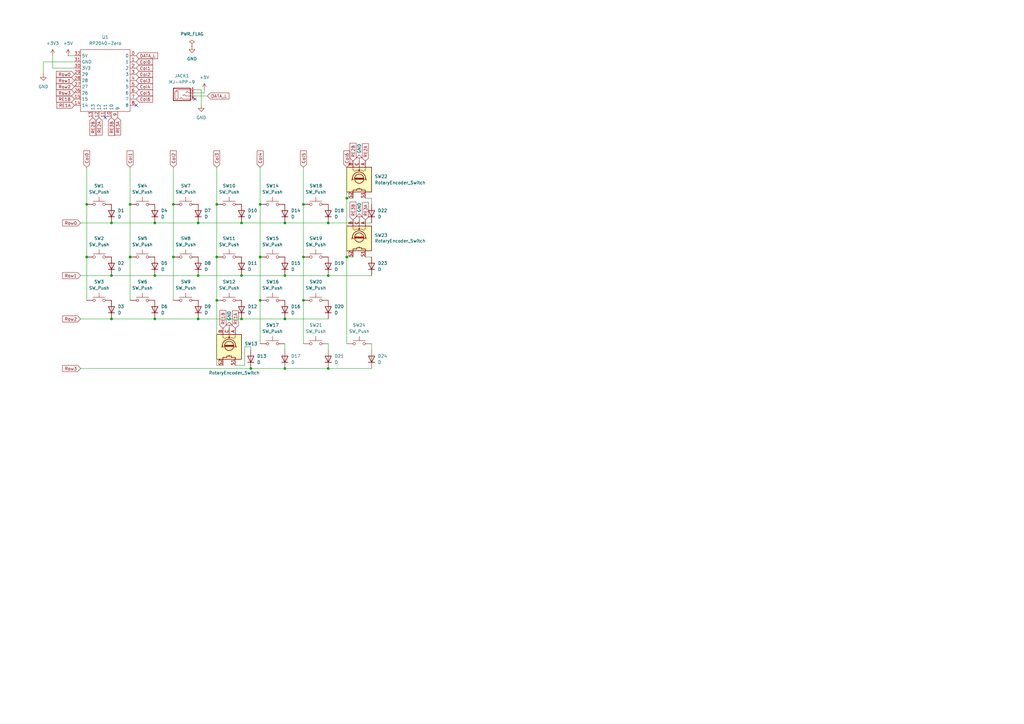
<source format=kicad_sch>
(kicad_sch (version 20231120) (generator "eeschema") (generator_version "8.0")
  (paper "A3")
  (lib_symbols
    (symbol "Device:D" (pin_numbers hide) (pin_names (offset 1.016) hide)
      (property "Reference" "D" (at 0 2.54 0))
      (property "Value" "D" (at 0 -2.54 0))
      (symbol "D_0_1"
        (polyline (pts (xy -1.27 1.27) (xy -1.27 -1.27)) (stroke (width 0.254)))
        (polyline (pts (xy 1.27 0) (xy -1.27 0)))
        (polyline (pts (xy 1.27 1.27) (xy 1.27 -1.27) (xy -1.27 0) (xy 1.27 1.27)) (stroke (width 0.254)))
      )
      (symbol "D_1_1"
        (pin passive line (at -3.81 0 0) (length 2.54) (name "K") (number "1"))
        (pin passive line (at 3.81 0 180) (length 2.54) (name "A") (number "2"))
      )
    )
    (symbol "Device:RotaryEncoder_Switch" (pin_names (offset 0.254) hide)
      (property "Reference" "SW" (at 0 6.604 0))
      (property "Value" "RotaryEncoder_Switch" (at 0 -6.604 0))
      (symbol "RotaryEncoder_Switch_0_1"
        (rectangle (start -5.08 5.08) (end 5.08 -5.08) (stroke (width 0.254)) (fill (type background)))
        (circle (center -3.81 0) (radius 0.254) (fill (type outline)))
        (circle (center -0.381 0) (radius 1.905) (stroke (width 0.254)))
        (arc (start -0.381 2.667) (mid -3.0988 -0.0635) (end -0.381 -2.794) (stroke (width 0.254)))
        (polyline (pts (xy -0.635 -1.778) (xy -0.635 1.778)) (stroke (width 0.254)))
        (polyline (pts (xy -0.381 -1.778) (xy -0.381 1.778)) (stroke (width 0.254)))
        (polyline (pts (xy -0.127 1.778) (xy -0.127 -1.778)) (stroke (width 0.254)))
        (polyline (pts (xy 3.81 0) (xy 3.429 0)) (stroke (width 0.254)))
        (polyline (pts (xy 3.81 1.016) (xy 3.81 -1.016)) (stroke (width 0.254)))
        (polyline (pts (xy -5.08 -2.54) (xy -3.81 -2.54) (xy -3.81 -2.032)))
        (polyline (pts (xy -5.08 2.54) (xy -3.81 2.54) (xy -3.81 2.032)))
        (polyline (pts (xy 0.254 -3.048) (xy -0.508 -2.794) (xy 0.127 -2.413)) (stroke (width 0.254)))
        (polyline (pts (xy 0.254 2.921) (xy -0.508 2.667) (xy 0.127 2.286)) (stroke (width 0.254)))
        (polyline (pts (xy 5.08 -2.54) (xy 4.318 -2.54) (xy 4.318 -1.016)) (stroke (width 0.254)))
        (polyline (pts (xy 5.08 2.54) (xy 4.318 2.54) (xy 4.318 1.016)) (stroke (width 0.254)))
        (polyline (pts (xy -5.08 0) (xy -3.81 0) (xy -3.81 -1.016) (xy -3.302 -2.032)))
        (polyline (pts (xy -4.318 0) (xy -3.81 0) (xy -3.81 1.016) (xy -3.302 2.032)))
        (circle (center 4.318 -1.016) (radius 0.127) (stroke (width 0.254)))
        (circle (center 4.318 1.016) (radius 0.127) (stroke (width 0.254)))
      )
      (symbol "RotaryEncoder_Switch_1_1"
        (pin passive line (at -7.62 2.54 0) (length 2.54) (name "A") (number "A"))
        (pin passive line (at -7.62 -2.54 0) (length 2.54) (name "B") (number "B"))
        (pin passive line (at -7.62 0 0) (length 2.54) (name "C") (number "C"))
        (pin passive line (at 7.62 2.54 180) (length 2.54) (name "S1") (number "S1"))
        (pin passive line (at 7.62 -2.54 180) (length 2.54) (name "S2") (number "S2"))
      )
    )
    (symbol "Switch:SW_Push" (pin_numbers hide) (pin_names (offset 1.016) hide)
      (property "Reference" "SW" (at 1.27 2.54 0))
      (property "Value" "SW_Push" (at 0 -1.524 0))
      (symbol "SW_Push_0_1"
        (circle (center -2.032 0) (radius 0.508))
        (polyline (pts (xy 0 1.27) (xy 0 3.048)))
        (polyline (pts (xy 2.54 1.27) (xy -2.54 1.27)))
        (circle (center 2.032 0) (radius 0.508))
        (pin passive line (at -5.08 0 0) (length 2.54) (name "1") (number "1"))
        (pin passive line (at 5.08 0 180) (length 2.54) (name "2") (number "2"))
      )
    )
    (symbol "isw-mcu:RP2040-Zero"
      (property "Reference" "U" (at 0 17.78 0))
      (property "Value" "RP2040-Zero" (at 0 15.24 0))
      (symbol "RP2040-Zero_0_1"
        (rectangle (start -10.16 12.7) (end 10.16 -12.7))
      )
      (symbol "RP2040-Zero_1_1"
        (pin tri_state line (at 12.7 10.16 180) (length 2.54) (name "0") (number "0"))
        (pin bidirectional line (at 12.7 7.62 180) (length 2.54) (name "1") (number "1"))
        (pin bidirectional line (at 2.54 -15.24 90) (length 2.54) (name "10") (number "10"))
        (pin bidirectional line (at 0 -15.24 90) (length 2.54) (name "11") (number "11"))
        (pin bidirectional line (at -2.54 -15.24 90) (length 2.54) (name "12") (number "12"))
        (pin bidirectional line (at -5.08 -15.24 90) (length 2.54) (name "13") (number "13"))
        (pin bidirectional line (at -12.7 -10.16 0) (length 2.54) (name "14") (number "14"))
        (pin bidirectional line (at -12.7 -7.62 0) (length 2.54) (name "15") (number "15"))
        (pin bidirectional line (at 12.7 5.08 180) (length 2.54) (name "2") (number "2"))
        (pin bidirectional line (at -12.7 -5.08 0) (length 2.54) (name "26") (number "26"))
        (pin bidirectional line (at -12.7 -2.54 0) (length 2.54) (name "27") (number "27"))
        (pin bidirectional line (at -12.7 0 0) (length 2.54) (name "28") (number "28"))
        (pin bidirectional line (at -12.7 2.54 0) (length 2.54) (name "29") (number "29"))
        (pin bidirectional line (at 12.7 2.54 180) (length 2.54) (name "3") (number "3"))
        (pin power_out line (at -12.7 5.08 0) (length 2.54) (name "3V3") (number "30"))
        (pin power_in line (at -12.7 7.62 0) (length 2.54) (name "GND") (number "31"))
        (pin power_out line (at -12.7 10.16 0) (length 2.54) (name "5V") (number "32"))
        (pin bidirectional line (at 12.7 0 180) (length 2.54) (name "4") (number "4"))
        (pin bidirectional line (at 12.7 -2.54 180) (length 2.54) (name "5") (number "5"))
        (pin bidirectional line (at 12.7 -5.08 180) (length 2.54) (name "6") (number "6"))
        (pin bidirectional line (at 12.7 -7.62 180) (length 2.54) (name "7") (number "7"))
        (pin bidirectional line (at 12.7 -10.16 180) (length 2.54) (name "8") (number "8"))
        (pin bidirectional line (at 5.08 -15.24 90) (length 2.54) (name "9") (number "9"))
      )
    )
    (symbol "kbd:MJ-4PP-9" (pin_names (offset 1.016))
      (property "Reference" "J" (at 0 3.81 0))
      (property "Value" "MJ-4PP-9" (at 0 -3.81 0))
      (symbol "MJ-4PP-9_0_1"
        (rectangle (start -1.905 -1.905) (end -3.175 1.27))
        (polyline (pts (xy -2.54 1.27) (xy -2.54 1.905) (xy 3.175 1.905)))
        (polyline (pts (xy -1.27 -1.905) (xy -0.635 -1.27) (xy 0 -1.905) (xy 3.175 -1.905)))
        (polyline (pts (xy 0 -0.635) (xy 0.635 0) (xy 1.27 -0.635) (xy 3.175 -0.635)))
        (polyline (pts (xy 1.27 0.635) (xy 1.905 1.27) (xy 2.54 0.635) (xy 3.175 0.635)))
        (rectangle (start 3.175 2.54) (end -3.81 -2.54) (stroke (width 0.3048)))
      )
      (symbol "MJ-4PP-9_1_1"
        (pin input line (at 5.08 1.905 180) (length 2.0066) (name "~") (number "A"))
        (pin input line (at 5.08 -1.905 180) (length 2.0066) (name "~") (number "B"))
        (pin input line (at 5.08 -0.635 180) (length 2.0066) (name "~") (number "C"))
        (pin input line (at 5.08 0.635 180) (length 2.0066) (name "~") (number "D"))
      )
    )
    (symbol "power:+3V3" (power) (pin_numbers hide) (pin_names (offset 0) hide)
      (property "Value" "+3V3" (at 0 3.556 0))
      (symbol "+3V3_0_1"
        (polyline (pts (xy -0.762 1.27) (xy 0 2.54)))
        (polyline (pts (xy 0 0) (xy 0 2.54)))
        (polyline (pts (xy 0 2.54) (xy 0.762 1.27)))
      )
      (symbol "+3V3_1_1"
        (pin power_in line (at 0 0 90) (length 0) (name "~") (number "1"))
      )
    )
    (symbol "power:+5V" (power) (pin_numbers hide) (pin_names (offset 0) hide)
      (property "Value" "+5V" (at 0 3.556 0))
      (symbol "+5V_0_1"
        (polyline (pts (xy -0.762 1.27) (xy 0 2.54)))
        (polyline (pts (xy 0 0) (xy 0 2.54)))
        (polyline (pts (xy 0 2.54) (xy 0.762 1.27)))
      )
      (symbol "+5V_1_1"
        (pin power_in line (at 0 0 90) (length 0) (name "~") (number "1"))
      )
    )
    (symbol "power:GND" (power) (pin_numbers hide) (pin_names (offset 0) hide)
      (property "Value" "GND" (at 0 -3.81 0))
      (symbol "GND_0_1"
        (polyline (pts (xy 0 0) (xy 0 -1.27) (xy 1.27 -1.27) (xy 0 -2.54) (xy -1.27 -1.27) (xy 0 -1.27)))
      )
      (symbol "GND_1_1"
        (pin power_in line (at 0 0 270) (length 0) (name "~") (number "1"))
      )
    )
    (symbol "power:PWR_FLAG" (power) (pin_numbers hide) (pin_names (offset 0) hide)
      (property "Value" "PWR_FLAG" (at 0 3.81 0))
      (symbol "PWR_FLAG_0_0"
        (pin power_out line (at 0 0 90) (length 0) (name "~") (number "1"))
      )
      (symbol "PWR_FLAG_0_1"
        (polyline (pts (xy 0 0) (xy 0 1.27) (xy -1.016 1.905) (xy 0 2.54) (xy 1.016 1.905) (xy 0 1.27)))
      )
    )
  )
  (junction (at 116.84 113.03))
  (junction (at 63.5 113.03))
  (junction (at 99.06 91.44))
  (junction (at 124.46 123.19))
  (junction (at 88.9 83.82))
  (junction (at 124.46 83.82))
  (junction (at 35.56 83.82))
  (junction (at 102.87 151.13))
  (junction (at 106.68 83.82))
  (junction (at 53.34 105.41))
  (junction (at 116.84 91.44))
  (junction (at 99.06 130.81))
  (junction (at 71.12 105.41))
  (junction (at 116.84 151.13))
  (junction (at 116.84 130.81))
  (junction (at 63.5 91.44))
  (junction (at 45.72 113.03))
  (junction (at 53.34 83.82))
  (junction (at 71.12 83.82))
  (junction (at 142.24 105.41))
  (junction (at 63.5 130.81))
  (junction (at 124.46 105.41))
  (junction (at 45.72 91.44))
  (junction (at 88.9 123.19))
  (junction (at 134.62 113.03))
  (junction (at 81.28 130.81))
  (junction (at 106.68 123.19))
  (junction (at 106.68 105.41))
  (junction (at 88.9 105.41))
  (junction (at 81.28 91.44))
  (junction (at 81.28 113.03))
  (junction (at 35.56 105.41))
  (junction (at 134.62 151.13))
  (junction (at 142.24 81.28))
  (junction (at 134.62 91.44))
  (junction (at 99.06 113.03))
  (junction (at 45.72 130.81))
  (no_connect (at 80.01 40.64))
  (no_connect (at 55.88 43.18))
  (no_connect (at 43.18 48.26))
  (wire (pts (xy 106.68 68.58) (xy 106.68 83.82)))
  (wire (pts (xy 106.68 105.41) (xy 106.68 123.19)))
  (wire (pts (xy 96.52 149.86) (xy 100.33 149.86)))
  (wire (pts (xy 149.86 81.28) (xy 152.4 81.28)))
  (wire (pts (xy 88.9 105.41) (xy 88.9 123.19)))
  (wire (pts (xy 152.4 81.28) (xy 152.4 83.82)))
  (wire (pts (xy 83.82 38.1) (xy 80.01 38.1)))
  (wire (pts (xy 45.72 113.03) (xy 63.5 113.03)))
  (wire (pts (xy 63.5 130.81) (xy 81.28 130.81)))
  (wire (pts (xy 45.72 91.44) (xy 63.5 91.44)))
  (wire (pts (xy 106.68 83.82) (xy 106.68 105.41)))
  (wire (pts (xy 88.9 68.58) (xy 88.9 83.82)))
  (wire (pts (xy 149.86 105.41) (xy 152.4 105.41)))
  (wire (pts (xy 63.5 91.44) (xy 81.28 91.44)))
  (wire (pts (xy 142.24 81.28) (xy 142.24 105.41)))
  (wire (pts (xy 27.94 22.86) (xy 30.48 22.86)))
  (wire (pts (xy 71.12 83.82) (xy 71.12 105.41)))
  (wire (pts (xy 134.62 143.51) (xy 134.62 140.97)))
  (wire (pts (xy 35.56 68.58) (xy 35.56 83.82)))
  (wire (pts (xy 124.46 83.82) (xy 124.46 105.41)))
  (wire (pts (xy 21.59 27.94) (xy 30.48 27.94)))
  (wire (pts (xy 81.28 130.81) (xy 99.06 130.81)))
  (wire (pts (xy 106.68 123.19) (xy 106.68 140.97)))
  (wire (pts (xy 88.9 83.82) (xy 88.9 105.41)))
  (wire (pts (xy 88.9 149.86) (xy 91.44 149.86)))
  (wire (pts (xy 116.84 91.44) (xy 134.62 91.44)))
  (wire (pts (xy 124.46 123.19) (xy 124.46 140.97)))
  (wire (pts (xy 35.56 83.82) (xy 35.56 105.41)))
  (wire (pts (xy 81.28 91.44) (xy 99.06 91.44)))
  (wire (pts (xy 134.62 151.13) (xy 152.4 151.13)))
  (wire (pts (xy 152.4 143.51) (xy 152.4 140.97)))
  (wire (pts (xy 17.78 25.4) (xy 30.48 25.4)))
  (wire (pts (xy 33.02 151.13) (xy 102.87 151.13)))
  (wire (pts (xy 102.87 142.24) (xy 100.33 142.24)))
  (wire (pts (xy 134.62 91.44) (xy 152.4 91.44)))
  (wire (pts (xy 45.72 91.44) (xy 33.02 91.44)))
  (wire (pts (xy 80.01 39.37) (xy 85.09 39.37)))
  (wire (pts (xy 82.55 36.83) (xy 82.55 43.18)))
  (wire (pts (xy 116.84 151.13) (xy 134.62 151.13)))
  (wire (pts (xy 124.46 68.58) (xy 124.46 83.82)))
  (wire (pts (xy 45.72 113.03) (xy 33.02 113.03)))
  (wire (pts (xy 142.24 68.58) (xy 142.24 81.28)))
  (wire (pts (xy 17.78 30.48) (xy 17.78 25.4)))
  (wire (pts (xy 71.12 105.41) (xy 71.12 123.19)))
  (wire (pts (xy 63.5 113.03) (xy 81.28 113.03)))
  (wire (pts (xy 142.24 105.41) (xy 144.78 105.41)))
  (wire (pts (xy 102.87 151.13) (xy 116.84 151.13)))
  (wire (pts (xy 53.34 105.41) (xy 53.34 123.19)))
  (wire (pts (xy 142.24 105.41) (xy 142.24 140.97)))
  (wire (pts (xy 142.24 81.28) (xy 144.78 81.28)))
  (wire (pts (xy 53.34 83.82) (xy 53.34 105.41)))
  (wire (pts (xy 81.28 113.03) (xy 99.06 113.03)))
  (wire (pts (xy 45.72 130.81) (xy 33.02 130.81)))
  (wire (pts (xy 134.62 113.03) (xy 152.4 113.03)))
  (wire (pts (xy 45.72 130.81) (xy 63.5 130.81)))
  (wire (pts (xy 71.12 68.58) (xy 71.12 83.82)))
  (wire (pts (xy 53.34 68.58) (xy 53.34 83.82)))
  (wire (pts (xy 116.84 143.51) (xy 116.84 140.97)))
  (wire (pts (xy 100.33 142.24) (xy 100.33 149.86)))
  (wire (pts (xy 116.84 113.03) (xy 134.62 113.03)))
  (wire (pts (xy 35.56 105.41) (xy 35.56 123.19)))
  (wire (pts (xy 99.06 91.44) (xy 116.84 91.44)))
  (wire (pts (xy 116.84 130.81) (xy 134.62 130.81)))
  (wire (pts (xy 99.06 113.03) (xy 116.84 113.03)))
  (wire (pts (xy 83.82 36.83) (xy 83.82 38.1)))
  (wire (pts (xy 102.87 143.51) (xy 102.87 142.24)))
  (wire (pts (xy 88.9 123.19) (xy 88.9 149.86)))
  (wire (pts (xy 80.01 36.83) (xy 82.55 36.83)))
  (wire (pts (xy 21.59 22.86) (xy 21.59 27.94)))
  (wire (pts (xy 99.06 130.81) (xy 116.84 130.81)))
  (wire (pts (xy 124.46 105.41) (xy 124.46 123.19)))
  (global_label "Col3" (shape input) (at 88.9 68.58 90) (property "Intersheetrefs" "${INTERSHEET_REFS}" (effects (hide yes))))
  (global_label "Row1" (shape input) (at 33.02 113.03 180) (property "Intersheetrefs" "${INTERSHEET_REFS}" (effects (hide yes))))
  (global_label "Col3" (shape input) (at 55.88 33.02 0) (property "Intersheetrefs" "${INTERSHEET_REFS}" (effects (hide yes))))
  (global_label "RE2A" (shape input) (at 40.64 48.26 270) (property "Intersheetrefs" "${INTERSHEET_REFS}" (effects (hide yes))))
  (global_label "RE1A" (shape input) (at 30.48 43.18 180) (property "Intersheetrefs" "${INTERSHEET_REFS}" (effects (hide yes))))
  (global_label "Col2" (shape input) (at 71.12 68.58 90) (property "Intersheetrefs" "${INTERSHEET_REFS}" (effects (hide yes))))
  (global_label "RE1B" (shape input) (at 30.48 40.64 180) (property "Intersheetrefs" "${INTERSHEET_REFS}" (effects (hide yes))))
  (global_label "RE2A" (shape input) (at 149.86 66.04 90) (property "Intersheetrefs" "${INTERSHEET_REFS}" (effects (hide yes))))
  (global_label "Row3" (shape input) (at 30.48 38.1 180) (property "Intersheetrefs" "${INTERSHEET_REFS}" (effects (hide yes))))
  (global_label "DATA_L" (shape input) (at 55.88 22.86 0) (property "Intersheetrefs" "${INTERSHEET_REFS}" (effects (hide yes))))
  (global_label "Row2" (shape input) (at 33.02 130.81 180) (property "Intersheetrefs" "${INTERSHEET_REFS}" (effects (hide yes))))
  (global_label "RE3B" (shape input) (at 144.78 90.17 90) (property "Intersheetrefs" "${INTERSHEET_REFS}" (effects (hide yes))))
  (global_label "Col4" (shape input) (at 106.68 68.58 90) (property "Intersheetrefs" "${INTERSHEET_REFS}" (effects (hide yes))))
  (global_label "RE2B" (shape input) (at 144.78 66.04 90) (property "Intersheetrefs" "${INTERSHEET_REFS}" (effects (hide yes))))
  (global_label "Col2" (shape input) (at 55.88 30.48 0) (property "Intersheetrefs" "${INTERSHEET_REFS}" (effects (hide yes))))
  (global_label "DATA_L" (shape input) (at 85.09 39.37 0) (property "Intersheetrefs" "${INTERSHEET_REFS}" (effects (hide yes))))
  (global_label "Row2" (shape input) (at 30.48 35.56 180) (property "Intersheetrefs" "${INTERSHEET_REFS}" (effects (hide yes))))
  (global_label "Col1" (shape input) (at 53.34 68.58 90) (property "Intersheetrefs" "${INTERSHEET_REFS}" (effects (hide yes))))
  (global_label "Col0" (shape input) (at 55.88 25.4 0) (property "Intersheetrefs" "${INTERSHEET_REFS}" (effects (hide yes))))
  (global_label "Col6" (shape input) (at 55.88 40.64 0) (property "Intersheetrefs" "${INTERSHEET_REFS}" (effects (hide yes))))
  (global_label "RE3B" (shape input) (at 45.72 48.26 270) (property "Intersheetrefs" "${INTERSHEET_REFS}" (effects (hide yes))))
  (global_label "Col6" (shape input) (at 142.24 68.58 90) (property "Intersheetrefs" "${INTERSHEET_REFS}" (effects (hide yes))))
  (global_label "RE3A" (shape input) (at 149.86 90.17 90) (property "Intersheetrefs" "${INTERSHEET_REFS}" (effects (hide yes))))
  (global_label "Row3" (shape input) (at 33.02 151.13 180) (property "Intersheetrefs" "${INTERSHEET_REFS}" (effects (hide yes))))
  (global_label "Col0" (shape input) (at 35.56 68.58 90) (property "Intersheetrefs" "${INTERSHEET_REFS}" (effects (hide yes))))
  (global_label "RE2B" (shape input) (at 38.1 48.26 270) (property "Intersheetrefs" "${INTERSHEET_REFS}" (effects (hide yes))))
  (global_label "Row1" (shape input) (at 30.48 33.02 180) (property "Intersheetrefs" "${INTERSHEET_REFS}" (effects (hide yes))))
  (global_label "RE3A" (shape input) (at 48.26 48.26 270) (property "Intersheetrefs" "${INTERSHEET_REFS}" (effects (hide yes))))
  (global_label "Col5" (shape input) (at 55.88 38.1 0) (property "Intersheetrefs" "${INTERSHEET_REFS}" (effects (hide yes))))
  (global_label "Row0" (shape input) (at 33.02 91.44 180) (property "Intersheetrefs" "${INTERSHEET_REFS}" (effects (hide yes))))
  (global_label "Col5" (shape input) (at 124.46 68.58 90) (property "Intersheetrefs" "${INTERSHEET_REFS}" (effects (hide yes))))
  (global_label "Row0" (shape input) (at 30.48 30.48 180) (property "Intersheetrefs" "${INTERSHEET_REFS}" (effects (hide yes))))
  (global_label "RE1A" (shape input) (at 96.52 134.62 90) (property "Intersheetrefs" "${INTERSHEET_REFS}" (effects (hide yes))))
  (global_label "Col4" (shape input) (at 55.88 35.56 0) (property "Intersheetrefs" "${INTERSHEET_REFS}" (effects (hide yes))))
  (global_label "Col1" (shape input) (at 55.88 27.94 0) (property "Intersheetrefs" "${INTERSHEET_REFS}" (effects (hide yes))))
  (global_label "RE1B" (shape input) (at 91.44 134.62 90) (property "Intersheetrefs" "${INTERSHEET_REFS}" (effects (hide yes))))
  (symbol (lib_id "Device:RotaryEncoder_Switch") (at 147.32 73.66 270) (unit 1)
    (property "Reference" "SW22" (at 153.67 72.3899 90) (effects (justify left)))
    (property "Value" "RotaryEncoder_Switch" (at 153.67 74.93 90) (effects (justify left)))
    (property "Footprint" "taka_lib:Kailh FullPOM MX_Hotswap_RE" (effects (hide yes)))
    (property "Description" "Rotary encoder, dual channel, incremental quadrate outputs, with switch" (effects (hide yes)))
  )
  (symbol (lib_id "Device:D") (at 152.4 147.32 90) (unit 1)
    (property "Reference" "D24" (at 154.94 146.0499 90) (effects (justify right)))
    (property "Value" "D" (at 154.94 148.5899 90) (effects (justify right)))
    (property "Footprint" "kbd_Parts:Diode_SMD" (effects (hide yes)))
    (property "Description" "Diode" (effects (hide yes)))
    (property "Sim.Device" "D" (effects (hide yes)))
    (property "Sim.Pins" "1=K 2=A" (effects (hide yes)))
  )
  (symbol (lib_id "Device:RotaryEncoder_Switch") (at 147.32 97.79 270) (unit 1)
    (property "Reference" "SW23" (at 153.67 96.5199 90) (effects (justify left)))
    (property "Value" "RotaryEncoder_Switch" (at 153.67 98.806 90) (effects (justify left)))
    (property "Footprint" "taka_lib:Kailh FullPOM MX_Hotswap_RE" (effects (hide yes)))
    (property "Description" "Rotary encoder, dual channel, incremental quadrate outputs, with switch" (effects (hide yes)))
  )
  (symbol (lib_id "Device:D") (at 81.28 127 90) (unit 1)
    (property "Reference" "D9" (at 83.82 125.7299 90) (effects (justify right)))
    (property "Value" "D" (at 83.82 128.2699 90) (effects (justify right)))
    (property "Footprint" "kbd_Parts:Diode_SMD" (effects (hide yes)))
    (property "Description" "Diode" (effects (hide yes)))
    (property "Sim.Device" "D" (effects (hide yes)))
    (property "Sim.Pins" "1=K 2=A" (effects (hide yes)))
  )
  (symbol (lib_id "Device:D") (at 45.72 127 90) (unit 1)
    (property "Reference" "D3" (at 48.26 125.7299 90) (effects (justify right)))
    (property "Value" "D" (at 48.26 128.2699 90) (effects (justify right)))
    (property "Footprint" "kbd_Parts:Diode_SMD" (effects (hide yes)))
    (property "Description" "Diode" (effects (hide yes)))
    (property "Sim.Device" "D" (effects (hide yes)))
    (property "Sim.Pins" "1=K 2=A" (effects (hide yes)))
  )
  (symbol (lib_id "power:GND") (at 147.32 90.17 180) (unit 1)
    (property "Reference" "#PWR09" (effects (hide yes)))
    (property "Value" "GND" (at 147.32 85.09 90))
    (property "Description" "Power symbol creates a global label with name \"GND\" , ground" (effects (hide yes)))
  )
  (symbol (lib_id "Switch:SW_Push") (at 58.42 105.41 0) (unit 1)
    (property "Reference" "SW5" (at 58.42 97.79 0))
    (property "Value" "SW_Push" (at 58.42 100.33 0))
    (property "Footprint" "taka_lib:Kailh FullPOM MX_Hotswap" (effects (hide yes)))
    (property "Description" "Push button switch, generic, two pins" (effects (hide yes)))
  )
  (symbol (lib_id "power:GND") (at 78.74 19.05 0) (unit 1)
    (property "Reference" "#PWR04" (effects (hide yes)))
    (property "Value" "GND" (at 78.74 24.13 0))
    (property "Description" "Power symbol creates a global label with name \"GND\" , ground" (effects (hide yes)))
  )
  (symbol (lib_id "Device:D") (at 81.28 87.63 90) (unit 1)
    (property "Reference" "D7" (at 83.82 86.3599 90) (effects (justify right)))
    (property "Value" "D" (at 83.82 88.8999 90) (effects (justify right)))
    (property "Footprint" "kbd_Parts:Diode_SMD" (effects (hide yes)))
    (property "Description" "Diode" (effects (hide yes)))
    (property "Sim.Device" "D" (effects (hide yes)))
    (property "Sim.Pins" "1=K 2=A" (effects (hide yes)))
  )
  (symbol (lib_id "power:+5V") (at 27.94 22.86 0) (unit 1)
    (property "Reference" "#PWR03" (effects (hide yes)))
    (property "Value" "+5V" (at 27.94 17.78 0))
    (property "Description" "Power symbol creates a global label with name \"+5V\"" (effects (hide yes)))
  )
  (symbol (lib_id "power:GND") (at 147.32 66.04 180) (unit 1)
    (property "Reference" "#PWR08" (effects (hide yes)))
    (property "Value" "GND" (at 147.32 60.96 90))
    (property "Description" "Power symbol creates a global label with name \"GND\" , ground" (effects (hide yes)))
  )
  (symbol (lib_id "Device:D") (at 45.72 87.63 90) (unit 1)
    (property "Reference" "D1" (at 48.26 86.3599 90) (effects (justify right)))
    (property "Value" "D" (at 48.26 88.8999 90) (effects (justify right)))
    (property "Footprint" "kbd_Parts:Diode_SMD" (effects (hide yes)))
    (property "Description" "Diode" (effects (hide yes)))
    (property "Sim.Device" "D" (effects (hide yes)))
    (property "Sim.Pins" "1=K 2=A" (effects (hide yes)))
  )
  (symbol (lib_id "Device:D") (at 116.84 127 90) (unit 1)
    (property "Reference" "D16" (at 119.38 125.7299 90) (effects (justify right)))
    (property "Value" "D" (at 119.38 128.2699 90) (effects (justify right)))
    (property "Footprint" "kbd_Parts:Diode_SMD" (effects (hide yes)))
    (property "Description" "Diode" (effects (hide yes)))
    (property "Sim.Device" "D" (effects (hide yes)))
    (property "Sim.Pins" "1=K 2=A" (effects (hide yes)))
  )
  (symbol (lib_id "Device:D") (at 134.62 87.63 90) (unit 1)
    (property "Reference" "D18" (at 137.16 86.3599 90) (effects (justify right)))
    (property "Value" "D" (at 137.16 88.8999 90) (effects (justify right)))
    (property "Footprint" "kbd_Parts:Diode_SMD" (effects (hide yes)))
    (property "Description" "Diode" (effects (hide yes)))
    (property "Sim.Device" "D" (effects (hide yes)))
    (property "Sim.Pins" "1=K 2=A" (effects (hide yes)))
  )
  (symbol (lib_id "Switch:SW_Push") (at 58.42 83.82 0) (unit 1)
    (property "Reference" "SW4" (at 58.42 76.2 0))
    (property "Value" "SW_Push" (at 58.42 78.74 0))
    (property "Footprint" "taka_lib:Kailh FullPOM MX_Hotswap" (effects (hide yes)))
    (property "Description" "Push button switch, generic, two pins" (effects (hide yes)))
  )
  (symbol (lib_id "Device:D") (at 152.4 109.22 90) (unit 1)
    (property "Reference" "D23" (at 154.94 107.9499 90) (effects (justify right)))
    (property "Value" "D" (at 154.94 110.4899 90) (effects (justify right)))
    (property "Footprint" "kbd_Parts:Diode_SMD" (effects (hide yes)))
    (property "Description" "Diode" (effects (hide yes)))
    (property "Sim.Device" "D" (effects (hide yes)))
    (property "Sim.Pins" "1=K 2=A" (effects (hide yes)))
  )
  (symbol (lib_id "Device:D") (at 116.84 147.32 90) (unit 1)
    (property "Reference" "D17" (at 119.38 146.0499 90) (effects (justify right)))
    (property "Value" "D" (at 119.38 148.5899 90) (effects (justify right)))
    (property "Footprint" "kbd_Parts:Diode_SMD" (effects (hide yes)))
    (property "Description" "Diode" (effects (hide yes)))
    (property "Sim.Device" "D" (effects (hide yes)))
    (property "Sim.Pins" "1=K 2=A" (effects (hide yes)))
  )
  (symbol (lib_id "Device:D") (at 102.87 147.32 90) (unit 1)
    (property "Reference" "D13" (at 105.41 146.0499 90) (effects (justify right)))
    (property "Value" "D" (at 105.41 148.5899 90) (effects (justify right)))
    (property "Footprint" "kbd_Parts:Diode_SMD" (effects (hide yes)))
    (property "Description" "Diode" (effects (hide yes)))
    (property "Sim.Device" "D" (effects (hide yes)))
    (property "Sim.Pins" "1=K 2=A" (effects (hide yes)))
  )
  (symbol (lib_id "Switch:SW_Push") (at 129.54 83.82 0) (unit 1)
    (property "Reference" "SW18" (at 129.54 76.2 0))
    (property "Value" "SW_Push" (at 129.54 78.74 0))
    (property "Footprint" "taka_lib:Kailh FullPOM MX_Hotswap" (effects (hide yes)))
    (property "Description" "Push button switch, generic, two pins" (effects (hide yes)))
  )
  (symbol (lib_id "Switch:SW_Push") (at 40.64 83.82 0) (unit 1)
    (property "Reference" "SW1" (at 40.64 76.2 0))
    (property "Value" "SW_Push" (at 40.64 78.74 0))
    (property "Footprint" "taka_lib:Kailh FullPOM MX_Hotswap" (effects (hide yes)))
    (property "Description" "Push button switch, generic, two pins" (effects (hide yes)))
  )
  (symbol (lib_id "power:+5V") (at 83.82 36.83 0) (unit 1)
    (property "Reference" "#PWR06" (effects (hide yes)))
    (property "Value" "+5V" (at 83.82 31.75 0))
    (property "Description" "Power symbol creates a global label with name \"+5V\"" (effects (hide yes)))
  )
  (symbol (lib_id "isw-mcu:RP2040-Zero") (at 43.18 33.02 0) (unit 1)
    (property "Reference" "U1" (at 43.18 15.24 0))
    (property "Value" "RP2040-Zero" (at 43.18 17.78 0))
    (property "Footprint" "taka_lib:RP2040 Zero" (effects (hide yes)))
  )
  (symbol (lib_id "kbd:MJ-4PP-9") (at 74.93 38.735 0) (unit 1)
    (property "Reference" "JACK1" (at 74.6125 31.115 0))
    (property "Value" "MJ-4PP-9" (at 74.6125 33.655 0))
    (property "Footprint" "taka_lib:TRRS_MJ-4PP-9_1" (effects (hide yes)))
  )
  (symbol (lib_id "Device:D") (at 134.62 147.32 90) (unit 1)
    (property "Reference" "D21" (at 137.16 146.0499 90) (effects (justify right)))
    (property "Value" "D" (at 137.16 148.5899 90) (effects (justify right)))
    (property "Footprint" "kbd_Parts:Diode_SMD" (effects (hide yes)))
    (property "Description" "Diode" (effects (hide yes)))
    (property "Sim.Device" "D" (effects (hide yes)))
    (property "Sim.Pins" "1=K 2=A" (effects (hide yes)))
  )
  (symbol (lib_id "Switch:SW_Push") (at 58.42 123.19 0) (unit 1)
    (property "Reference" "SW6" (at 58.42 115.57 0))
    (property "Value" "SW_Push" (at 58.42 118.11 0))
    (property "Footprint" "taka_lib:Kailh FullPOM MX_Hotswap" (effects (hide yes)))
    (property "Description" "Push button switch, generic, two pins" (effects (hide yes)))
  )
  (symbol (lib_id "Switch:SW_Push") (at 93.98 83.82 0) (unit 1)
    (property "Reference" "SW10" (at 93.98 76.2 0))
    (property "Value" "SW_Push" (at 93.98 78.74 0))
    (property "Footprint" "taka_lib:Kailh FullPOM MX_Hotswap" (effects (hide yes)))
    (property "Description" "Push button switch, generic, two pins" (effects (hide yes)))
  )
  (symbol (lib_id "power:PWR_FLAG") (at 78.74 19.05 0) (unit 1)
    (property "Reference" "#FLG01" (effects (hide yes)))
    (property "Value" "PWR_FLAG" (at 78.74 13.97 0))
    (property "Description" "Special symbol for telling ERC where power comes from" (effects (hide yes)))
  )
  (symbol (lib_id "Switch:SW_Push") (at 111.76 105.41 0) (unit 1)
    (property "Reference" "SW15" (at 111.76 97.79 0))
    (property "Value" "SW_Push" (at 111.76 100.33 0))
    (property "Footprint" "taka_lib:Kailh FullPOM MX_Hotswap" (effects (hide yes)))
    (property "Description" "Push button switch, generic, two pins" (effects (hide yes)))
  )
  (symbol (lib_id "Device:D") (at 63.5 109.22 90) (unit 1)
    (property "Reference" "D5" (at 66.04 107.9499 90) (effects (justify right)))
    (property "Value" "D" (at 66.04 110.4899 90) (effects (justify right)))
    (property "Footprint" "kbd_Parts:Diode_SMD" (effects (hide yes)))
    (property "Description" "Diode" (effects (hide yes)))
    (property "Sim.Device" "D" (effects (hide yes)))
    (property "Sim.Pins" "1=K 2=A" (effects (hide yes)))
  )
  (symbol (lib_id "Switch:SW_Push") (at 147.32 140.97 0) (unit 1)
    (property "Reference" "SW24" (at 147.32 133.35 0))
    (property "Value" "SW_Push" (at 147.32 135.89 0))
    (property "Footprint" "taka_lib:Kailh FullPOM MX_Hotswap" (effects (hide yes)))
    (property "Description" "Push button switch, generic, two pins" (effects (hide yes)))
  )
  (symbol (lib_id "Switch:SW_Push") (at 111.76 123.19 0) (unit 1)
    (property "Reference" "SW16" (at 111.76 115.57 0))
    (property "Value" "SW_Push" (at 111.76 118.11 0))
    (property "Footprint" "taka_lib:Kailh FullPOM MX_Hotswap" (effects (hide yes)))
    (property "Description" "Push button switch, generic, two pins" (effects (hide yes)))
  )
  (symbol (lib_id "Switch:SW_Push") (at 111.76 83.82 0) (unit 1)
    (property "Reference" "SW14" (at 111.76 76.2 0))
    (property "Value" "SW_Push" (at 111.76 78.74 0))
    (property "Footprint" "taka_lib:Kailh FullPOM MX_Hotswap" (effects (hide yes)))
    (property "Description" "Push button switch, generic, two pins" (effects (hide yes)))
  )
  (symbol (lib_id "Device:D") (at 116.84 109.22 90) (unit 1)
    (property "Reference" "D15" (at 119.38 107.9499 90) (effects (justify right)))
    (property "Value" "D" (at 119.38 110.4899 90) (effects (justify right)))
    (property "Footprint" "kbd_Parts:Diode_SMD" (effects (hide yes)))
    (property "Description" "Diode" (effects (hide yes)))
    (property "Sim.Device" "D" (effects (hide yes)))
    (property "Sim.Pins" "1=K 2=A" (effects (hide yes)))
  )
  (symbol (lib_id "Switch:SW_Push") (at 93.98 123.19 0) (unit 1)
    (property "Reference" "SW12" (at 93.98 115.57 0))
    (property "Value" "SW_Push" (at 93.98 118.11 0))
    (property "Footprint" "taka_lib:Kailh FullPOM MX_Hotswap" (effects (hide yes)))
    (property "Description" "Push button switch, generic, two pins" (effects (hide yes)))
  )
  (symbol (lib_id "Device:RotaryEncoder_Switch") (at 93.98 142.24 270) (unit 1)
    (property "Reference" "SW13" (at 100.33 140.9699 90) (effects (justify left)))
    (property "Value" "RotaryEncoder_Switch" (at 85.598 152.908 90) (effects (justify left)))
    (property "Footprint" "taka_lib:Kailh FullPOM MX_Hotswap_RE" (effects (hide yes)))
    (property "Description" "Rotary encoder, dual channel, incremental quadrate outputs, with switch" (effects (hide yes)))
  )
  (symbol (lib_id "Switch:SW_Push") (at 76.2 83.82 0) (unit 1)
    (property "Reference" "SW7" (at 76.2 76.2 0))
    (property "Value" "SW_Push" (at 76.2 78.74 0))
    (property "Footprint" "taka_lib:Kailh FullPOM MX_Hotswap" (effects (hide yes)))
    (property "Description" "Push button switch, generic, two pins" (effects (hide yes)))
  )
  (symbol (lib_id "Switch:SW_Push") (at 40.64 123.19 0) (unit 1)
    (property "Reference" "SW3" (at 40.64 115.57 0))
    (property "Value" "SW_Push" (at 40.64 118.11 0))
    (property "Footprint" "taka_lib:Kailh FullPOM MX_Hotswap" (effects (hide yes)))
    (property "Description" "Push button switch, generic, two pins" (effects (hide yes)))
  )
  (symbol (lib_id "Device:D") (at 63.5 87.63 90) (unit 1)
    (property "Reference" "D4" (at 66.04 86.3599 90) (effects (justify right)))
    (property "Value" "D" (at 66.04 88.8999 90) (effects (justify right)))
    (property "Footprint" "kbd_Parts:Diode_SMD" (effects (hide yes)))
    (property "Description" "Diode" (effects (hide yes)))
    (property "Sim.Device" "D" (effects (hide yes)))
    (property "Sim.Pins" "1=K 2=A" (effects (hide yes)))
  )
  (symbol (lib_id "Switch:SW_Push") (at 129.54 140.97 0) (unit 1)
    (property "Reference" "SW21" (at 129.54 133.35 0))
    (property "Value" "SW_Push" (at 129.54 135.89 0))
    (property "Footprint" "taka_lib:Kailh FullPOM MX_Hotswap" (effects (hide yes)))
    (property "Description" "Push button switch, generic, two pins" (effects (hide yes)))
  )
  (symbol (lib_id "power:GND") (at 82.55 43.18 0) (unit 1)
    (property "Reference" "#PWR05" (effects (hide yes)))
    (property "Value" "GND" (at 82.55 48.26 0))
    (property "Description" "Power symbol creates a global label with name \"GND\" , ground" (effects (hide yes)))
  )
  (symbol (lib_id "Switch:SW_Push") (at 129.54 105.41 0) (unit 1)
    (property "Reference" "SW19" (at 129.54 97.79 0))
    (property "Value" "SW_Push" (at 129.54 100.33 0))
    (property "Footprint" "taka_lib:Kailh FullPOM MX_Hotswap" (effects (hide yes)))
    (property "Description" "Push button switch, generic, two pins" (effects (hide yes)))
  )
  (symbol (lib_id "Device:D") (at 134.62 127 90) (unit 1)
    (property "Reference" "D20" (at 137.16 125.7299 90) (effects (justify right)))
    (property "Value" "D" (at 137.16 128.2699 90) (effects (justify right)))
    (property "Footprint" "kbd_Parts:Diode_SMD" (effects (hide yes)))
    (property "Description" "Diode" (effects (hide yes)))
    (property "Sim.Device" "D" (effects (hide yes)))
    (property "Sim.Pins" "1=K 2=A" (effects (hide yes)))
  )
  (symbol (lib_id "Switch:SW_Push") (at 129.54 123.19 0) (unit 1)
    (property "Reference" "SW20" (at 129.54 115.57 0))
    (property "Value" "SW_Push" (at 129.54 118.11 0))
    (property "Footprint" "taka_lib:Kailh FullPOM MX_Hotswap" (effects (hide yes)))
    (property "Description" "Push button switch, generic, two pins" (effects (hide yes)))
  )
  (symbol (lib_id "Device:D") (at 116.84 87.63 90) (unit 1)
    (property "Reference" "D14" (at 119.38 86.3599 90) (effects (justify right)))
    (property "Value" "D" (at 119.38 88.8999 90) (effects (justify right)))
    (property "Footprint" "kbd_Parts:Diode_SMD" (effects (hide yes)))
    (property "Description" "Diode" (effects (hide yes)))
    (property "Sim.Device" "D" (effects (hide yes)))
    (property "Sim.Pins" "1=K 2=A" (effects (hide yes)))
  )
  (symbol (lib_id "Switch:SW_Push") (at 93.98 105.41 0) (unit 1)
    (property "Reference" "SW11" (at 93.98 97.79 0))
    (property "Value" "SW_Push" (at 93.98 100.33 0))
    (property "Footprint" "taka_lib:Kailh FullPOM MX_Hotswap" (effects (hide yes)))
    (property "Description" "Push button switch, generic, two pins" (effects (hide yes)))
  )
  (symbol (lib_id "Device:D") (at 152.4 87.63 90) (unit 1)
    (property "Reference" "D22" (at 154.94 86.3599 90) (effects (justify right)))
    (property "Value" "D" (at 154.94 88.8999 90) (effects (justify right)))
    (property "Footprint" "kbd_Parts:Diode_SMD" (effects (hide yes)))
    (property "Description" "Diode" (effects (hide yes)))
    (property "Sim.Device" "D" (effects (hide yes)))
    (property "Sim.Pins" "1=K 2=A" (effects (hide yes)))
  )
  (symbol (lib_id "Device:D") (at 81.28 109.22 90) (unit 1)
    (property "Reference" "D8" (at 83.82 107.9499 90) (effects (justify right)))
    (property "Value" "D" (at 83.82 110.4899 90) (effects (justify right)))
    (property "Footprint" "kbd_Parts:Diode_SMD" (effects (hide yes)))
    (property "Description" "Diode" (effects (hide yes)))
    (property "Sim.Device" "D" (effects (hide yes)))
    (property "Sim.Pins" "1=K 2=A" (effects (hide yes)))
  )
  (symbol (lib_id "Switch:SW_Push") (at 76.2 105.41 0) (unit 1)
    (property "Reference" "SW8" (at 76.2 97.79 0))
    (property "Value" "SW_Push" (at 76.2 100.33 0))
    (property "Footprint" "taka_lib:Kailh FullPOM MX_Hotswap" (effects (hide yes)))
    (property "Description" "Push button switch, generic, two pins" (effects (hide yes)))
  )
  (symbol (lib_id "Device:D") (at 99.06 87.63 90) (unit 1)
    (property "Reference" "D10" (at 101.6 86.3599 90) (effects (justify right)))
    (property "Value" "D" (at 101.6 88.8999 90) (effects (justify right)))
    (property "Footprint" "kbd_Parts:Diode_SMD" (effects (hide yes)))
    (property "Description" "Diode" (effects (hide yes)))
    (property "Sim.Device" "D" (effects (hide yes)))
    (property "Sim.Pins" "1=K 2=A" (effects (hide yes)))
  )
  (symbol (lib_id "Switch:SW_Push") (at 111.76 140.97 0) (unit 1)
    (property "Reference" "SW17" (at 111.76 133.35 0))
    (property "Value" "SW_Push" (at 111.76 135.89 0))
    (property "Footprint" "taka_lib:Kailh FullPOM MX_Hotswap" (effects (hide yes)))
    (property "Description" "Push button switch, generic, two pins" (effects (hide yes)))
  )
  (symbol (lib_id "Device:D") (at 63.5 127 90) (unit 1)
    (property "Reference" "D6" (at 66.04 125.7299 90) (effects (justify right)))
    (property "Value" "D" (at 66.04 128.2699 90) (effects (justify right)))
    (property "Footprint" "kbd_Parts:Diode_SMD" (effects (hide yes)))
    (property "Description" "Diode" (effects (hide yes)))
    (property "Sim.Device" "D" (effects (hide yes)))
    (property "Sim.Pins" "1=K 2=A" (effects (hide yes)))
  )
  (symbol (lib_id "power:+3V3") (at 21.59 22.86 0) (unit 1)
    (property "Reference" "#PWR02" (effects (hide yes)))
    (property "Value" "+3V3" (at 21.59 17.78 0))
    (property "Description" "Power symbol creates a global label with name \"+3V3\"" (effects (hide yes)))
  )
  (symbol (lib_id "Switch:SW_Push") (at 76.2 123.19 0) (unit 1)
    (property "Reference" "SW9" (at 76.2 115.57 0))
    (property "Value" "SW_Push" (at 76.2 118.11 0))
    (property "Footprint" "taka_lib:Kailh FullPOM MX_Hotswap" (effects (hide yes)))
    (property "Description" "Push button switch, generic, two pins" (effects (hide yes)))
  )
  (symbol (lib_id "Device:D") (at 99.06 109.22 90) (unit 1)
    (property "Reference" "D11" (at 101.6 107.9499 90) (effects (justify right)))
    (property "Value" "D" (at 101.6 110.4899 90) (effects (justify right)))
    (property "Footprint" "kbd_Parts:Diode_SMD" (effects (hide yes)))
    (property "Description" "Diode" (effects (hide yes)))
    (property "Sim.Device" "D" (effects (hide yes)))
    (property "Sim.Pins" "1=K 2=A" (effects (hide yes)))
  )
  (symbol (lib_id "Device:D") (at 99.06 127 90) (unit 1)
    (property "Reference" "D12" (at 101.6 125.7299 90) (effects (justify right)))
    (property "Value" "D" (at 101.6 128.2699 90) (effects (justify right)))
    (property "Footprint" "kbd_Parts:Diode_SMD" (effects (hide yes)))
    (property "Description" "Diode" (effects (hide yes)))
    (property "Sim.Device" "D" (effects (hide yes)))
    (property "Sim.Pins" "1=K 2=A" (effects (hide yes)))
  )
  (symbol (lib_id "Device:D") (at 134.62 109.22 90) (unit 1)
    (property "Reference" "D19" (at 137.16 107.9499 90) (effects (justify right)))
    (property "Value" "D" (at 137.16 110.4899 90) (effects (justify right)))
    (property "Footprint" "kbd_Parts:Diode_SMD" (effects (hide yes)))
    (property "Description" "Diode" (effects (hide yes)))
    (property "Sim.Device" "D" (effects (hide yes)))
    (property "Sim.Pins" "1=K 2=A" (effects (hide yes)))
  )
  (symbol (lib_id "Device:D") (at 45.72 109.22 90) (unit 1)
    (property "Reference" "D2" (at 48.26 107.9499 90) (effects (justify right)))
    (property "Value" "D" (at 48.26 110.4899 90) (effects (justify right)))
    (property "Footprint" "kbd_Parts:Diode_SMD" (effects (hide yes)))
    (property "Description" "Diode" (effects (hide yes)))
    (property "Sim.Device" "D" (effects (hide yes)))
    (property "Sim.Pins" "1=K 2=A" (effects (hide yes)))
  )
  (symbol (lib_id "Switch:SW_Push") (at 40.64 105.41 0) (unit 1)
    (property "Reference" "SW2" (at 40.64 97.79 0))
    (property "Value" "SW_Push" (at 40.64 100.33 0))
    (property "Footprint" "taka_lib:Kailh FullPOM MX_Hotswap" (effects (hide yes)))
    (property "Description" "Push button switch, generic, two pins" (effects (hide yes)))
  )
  (symbol (lib_id "power:GND") (at 93.98 134.62 180) (unit 1)
    (property "Reference" "#PWR07" (effects (hide yes)))
    (property "Value" "GND" (at 93.98 129.54 90))
    (property "Description" "Power symbol creates a global label with name \"GND\" , ground" (effects (hide yes)))
  )
  (symbol (lib_id "power:GND") (at 17.78 30.48 0) (unit 1)
    (property "Reference" "#PWR01" (effects (hide yes)))
    (property "Value" "GND" (at 17.78 35.56 0))
    (property "Description" "Power symbol creates a global label with name \"GND\" , ground" (effects (hide yes)))
  )
)
</source>
